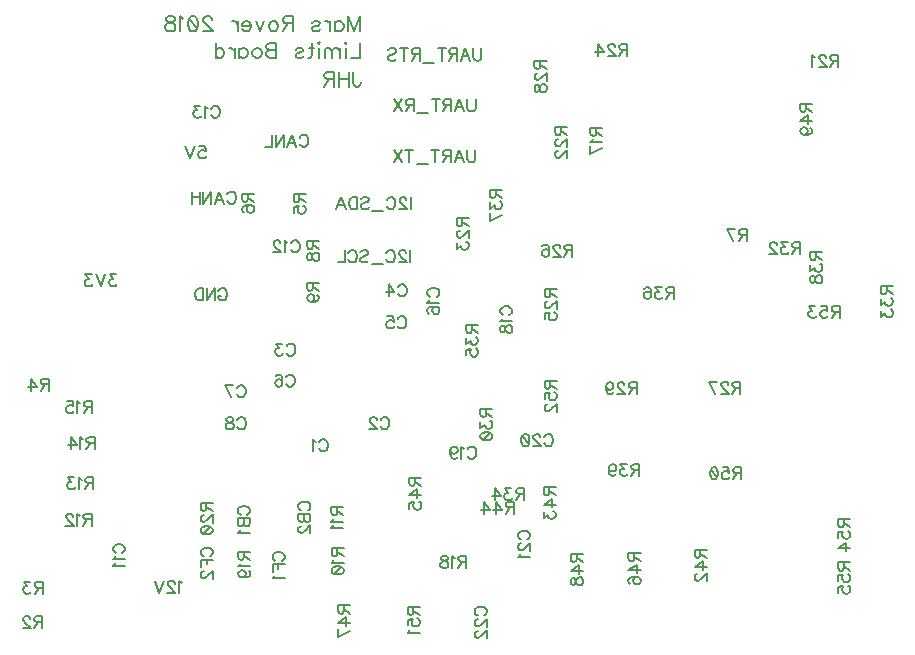
<source format=gbr>
G04 DipTrace 3.2.0.1*
G04 BottomSilk.gbr*
%MOIN*%
G04 #@! TF.FileFunction,Legend,Bot*
G04 #@! TF.Part,Single*
%ADD108C,0.005906*%
%ADD109C,0.00772*%
%FSLAX26Y26*%
G04*
G70*
G90*
G75*
G01*
G04 BotSilk*
%LPD*%
X1053420Y811645D2*
D108*
X1049573Y813590D1*
X1043825Y819294D1*
Y779146D1*
X1030069Y809744D2*
Y811645D1*
X1028167Y815492D1*
X1026266Y817393D1*
X1022419Y819294D1*
X1014770D1*
X1010967Y817393D1*
X1009066Y815492D1*
X1007121Y811645D1*
Y807842D1*
X1009066Y803996D1*
X1012869Y798292D1*
X1032014Y779146D1*
X1005219D1*
X993408Y819338D2*
X978110Y779146D1*
X962811Y819338D1*
X833880Y1840188D2*
X812878D1*
X824330Y1824889D1*
X818582D1*
X814779Y1822988D1*
X812878Y1821087D1*
X810932Y1815339D1*
Y1811536D1*
X812878Y1805788D1*
X816680Y1801941D1*
X822429Y1800040D1*
X828177D1*
X833880Y1801941D1*
X835782Y1803887D1*
X837727Y1807689D1*
X799121Y1840232D2*
X783823Y1800040D1*
X768524Y1840232D1*
X752866Y1840188D2*
X731864D1*
X743316Y1824889D1*
X737568D1*
X733765Y1822988D1*
X731864Y1821087D1*
X729919Y1815339D1*
Y1811536D1*
X731864Y1805788D1*
X735667Y1801941D1*
X741415Y1800040D1*
X747163D1*
X752866Y1801941D1*
X754768Y1803887D1*
X756713Y1807689D1*
X1112088Y2267263D2*
X1131189D1*
X1133090Y2250063D1*
X1131189Y2251964D1*
X1125441Y2253910D1*
X1119737D1*
X1113989Y2251964D1*
X1110142Y2248162D1*
X1108241Y2242413D1*
Y2238611D1*
X1110142Y2232863D1*
X1113989Y2229016D1*
X1119737Y2227115D1*
X1125441D1*
X1131189Y2229016D1*
X1133090Y2230962D1*
X1135036Y2234764D1*
X1096430Y2267307D2*
X1081132Y2227115D1*
X1065833Y2267307D1*
X1511531Y1280885D2*
X1513432Y1284687D1*
X1517279Y1288534D1*
X1521081Y1290435D1*
X1528731D1*
X1532577Y1288534D1*
X1536380Y1284687D1*
X1538325Y1280885D1*
X1540227Y1275137D1*
Y1265542D1*
X1538325Y1259838D1*
X1536380Y1255992D1*
X1532577Y1252189D1*
X1528731Y1250243D1*
X1521081D1*
X1517279Y1252189D1*
X1513432Y1255992D1*
X1511531Y1259838D1*
X1499720Y1282742D2*
X1495873Y1284687D1*
X1490125Y1290391D1*
Y1250243D1*
X1717028Y1355126D2*
X1718930Y1358929D1*
X1722776Y1362776D1*
X1726579Y1364677D1*
X1734228D1*
X1738075Y1362776D1*
X1741878Y1358929D1*
X1743823Y1355126D1*
X1745724Y1349378D1*
Y1339784D1*
X1743823Y1334080D1*
X1741878Y1330233D1*
X1738075Y1326430D1*
X1734228Y1324485D1*
X1726579D1*
X1722776Y1326430D1*
X1718930Y1330233D1*
X1717028Y1334080D1*
X1703272Y1355082D2*
Y1356983D1*
X1701371Y1360830D1*
X1699469Y1362731D1*
X1695623Y1364633D1*
X1687973D1*
X1684171Y1362731D1*
X1682269Y1360830D1*
X1680324Y1356983D1*
Y1353181D1*
X1682269Y1349334D1*
X1686072Y1343630D1*
X1705217Y1324485D1*
X1678423D1*
X1403090Y1599882D2*
X1404991Y1603685D1*
X1408838Y1607532D1*
X1412641Y1609433D1*
X1420290D1*
X1424137Y1607532D1*
X1427939Y1603685D1*
X1429885Y1599882D1*
X1431786Y1594134D1*
Y1584539D1*
X1429885Y1578836D1*
X1427939Y1574989D1*
X1424137Y1571186D1*
X1420290Y1569241D1*
X1412641D1*
X1408838Y1571186D1*
X1404991Y1574989D1*
X1403090Y1578836D1*
X1387432Y1609389D2*
X1366430D1*
X1377882Y1594090D1*
X1372134D1*
X1368331Y1592189D1*
X1366430Y1590288D1*
X1364484Y1584539D1*
Y1580737D1*
X1366430Y1574989D1*
X1370232Y1571142D1*
X1375980Y1569241D1*
X1381728D1*
X1387432Y1571142D1*
X1389334Y1573088D1*
X1391279Y1576890D1*
X1774467Y1797339D2*
X1776368Y1801142D1*
X1780215Y1804988D1*
X1784018Y1806890D1*
X1791667D1*
X1795514Y1804988D1*
X1799316Y1801142D1*
X1801262Y1797339D1*
X1803163Y1791591D1*
Y1781996D1*
X1801262Y1776292D1*
X1799316Y1772446D1*
X1795514Y1768643D1*
X1791667Y1766698D1*
X1784018D1*
X1780215Y1768643D1*
X1776368Y1772446D1*
X1774467Y1776292D1*
X1743511Y1766698D2*
Y1806845D1*
X1762656Y1780095D1*
X1733960D1*
X1773517Y1690821D2*
X1775418Y1694623D1*
X1779265Y1698470D1*
X1783067Y1700371D1*
X1790716D1*
X1794563Y1698470D1*
X1798366Y1694623D1*
X1800311Y1690821D1*
X1802212Y1685073D1*
Y1675478D1*
X1800311Y1669774D1*
X1798366Y1665927D1*
X1794563Y1662125D1*
X1790716Y1660179D1*
X1783067D1*
X1779265Y1662125D1*
X1775418Y1665927D1*
X1773517Y1669774D1*
X1738758Y1700327D2*
X1757859D1*
X1759760Y1683127D1*
X1757859Y1685028D1*
X1752111Y1686974D1*
X1746407D1*
X1740659Y1685028D1*
X1736812Y1681226D1*
X1734911Y1675478D1*
Y1671675D1*
X1736812Y1665927D1*
X1740659Y1662080D1*
X1746407Y1660179D1*
X1752111D1*
X1757859Y1662080D1*
X1759760Y1664026D1*
X1761706Y1667828D1*
X1401096Y1496848D2*
X1402998Y1500651D1*
X1406844Y1504497D1*
X1410647Y1506399D1*
X1418296D1*
X1422143Y1504497D1*
X1425945Y1500651D1*
X1427891Y1496848D1*
X1429792Y1491100D1*
Y1481505D1*
X1427891Y1475802D1*
X1425945Y1471955D1*
X1422143Y1468152D1*
X1418296Y1466207D1*
X1410647D1*
X1406844Y1468152D1*
X1402998Y1471955D1*
X1401096Y1475802D1*
X1366337Y1500651D2*
X1368239Y1504453D1*
X1373987Y1506355D1*
X1377789D1*
X1383537Y1504453D1*
X1387384Y1498705D1*
X1389285Y1489155D1*
Y1479604D1*
X1387384Y1471955D1*
X1383537Y1468108D1*
X1377789Y1466207D1*
X1375888D1*
X1370184Y1468108D1*
X1366337Y1471955D1*
X1364436Y1477703D1*
Y1479604D1*
X1366337Y1485352D1*
X1370184Y1489155D1*
X1375888Y1491056D1*
X1377789D1*
X1383537Y1489155D1*
X1387384Y1485352D1*
X1389285Y1479604D1*
X1237828Y1461143D2*
X1239729Y1464946D1*
X1243576Y1468793D1*
X1247378Y1470694D1*
X1255027D1*
X1258874Y1468793D1*
X1262677Y1464946D1*
X1264622Y1461143D1*
X1266524Y1455395D1*
Y1445801D1*
X1264622Y1440097D1*
X1262677Y1436250D1*
X1258874Y1432448D1*
X1255027Y1430502D1*
X1247378D1*
X1243576Y1432448D1*
X1239729Y1436250D1*
X1237828Y1440097D1*
X1218367Y1430502D2*
X1199222Y1470650D1*
X1226017D1*
X1238825Y1354029D2*
X1240726Y1357832D1*
X1244573Y1361679D1*
X1248376Y1363580D1*
X1256025D1*
X1259872Y1361679D1*
X1263674Y1357832D1*
X1265620Y1354029D1*
X1267521Y1348281D1*
Y1338686D1*
X1265620Y1332983D1*
X1263674Y1329136D1*
X1259872Y1325333D1*
X1256025Y1323388D1*
X1248376D1*
X1244573Y1325333D1*
X1240726Y1329136D1*
X1238825Y1332983D1*
X1217464Y1363536D2*
X1223167Y1361634D1*
X1225113Y1357832D1*
Y1353985D1*
X1223167Y1350183D1*
X1219365Y1348237D1*
X1211716Y1346336D1*
X1205967Y1344434D1*
X1202165Y1340588D1*
X1200264Y1336785D1*
Y1331037D1*
X1202165Y1327235D1*
X1204066Y1325289D1*
X1209814Y1323388D1*
X1217464D1*
X1223167Y1325289D1*
X1225113Y1327235D1*
X1227014Y1331037D1*
Y1336785D1*
X1225113Y1340588D1*
X1221266Y1344434D1*
X1215562Y1346336D1*
X1207913Y1348237D1*
X1204066Y1350183D1*
X1202165Y1353985D1*
Y1357832D1*
X1204066Y1361634D1*
X1209814Y1363536D1*
X1217464D1*
X833830Y911759D2*
X830028Y913660D1*
X826181Y917507D1*
X824280Y921309D1*
Y928959D1*
X826181Y932805D1*
X830028Y936608D1*
X833830Y938553D1*
X839578Y940455D1*
X849173D1*
X854877Y938553D1*
X858724Y936608D1*
X862526Y932805D1*
X864472Y928959D1*
Y921309D1*
X862526Y917507D1*
X858724Y913660D1*
X854877Y911759D1*
X831973Y899948D2*
X830028Y896101D1*
X824324Y890353D1*
X864472D1*
X831973Y878542D2*
X830028Y874695D1*
X824324Y868947D1*
X864472D1*
X1417836Y1943912D2*
X1419738Y1947715D1*
X1423584Y1951562D1*
X1427387Y1953463D1*
X1435036D1*
X1438883Y1951562D1*
X1442685Y1947715D1*
X1444631Y1943912D1*
X1446532Y1938164D1*
Y1928570D1*
X1444631Y1922866D1*
X1442685Y1919019D1*
X1438883Y1915217D1*
X1435036Y1913271D1*
X1427387D1*
X1423584Y1915217D1*
X1419738Y1919019D1*
X1417836Y1922866D1*
X1406025Y1945770D2*
X1402178Y1947715D1*
X1396430Y1953419D1*
Y1913271D1*
X1382674Y1943868D2*
Y1945770D1*
X1380773Y1949616D1*
X1378871Y1951518D1*
X1375025Y1953419D1*
X1367375D1*
X1363573Y1951518D1*
X1361672Y1949616D1*
X1359726Y1945770D1*
Y1941967D1*
X1361672Y1938120D1*
X1365474Y1932416D1*
X1384619Y1913271D1*
X1357825D1*
X1151515Y2392658D2*
X1153416Y2396460D1*
X1157263Y2400307D1*
X1161065Y2402208D1*
X1168715D1*
X1172561Y2400307D1*
X1176364Y2396460D1*
X1178309Y2392658D1*
X1180211Y2386910D1*
Y2377315D1*
X1178309Y2371611D1*
X1176364Y2367764D1*
X1172561Y2363962D1*
X1168715Y2362016D1*
X1161065D1*
X1157263Y2363962D1*
X1153416Y2367764D1*
X1151515Y2371611D1*
X1139704Y2394515D2*
X1135857Y2396460D1*
X1130109Y2402164D1*
Y2362016D1*
X1114451Y2402164D2*
X1093449D1*
X1104901Y2386866D1*
X1099153D1*
X1095350Y2384964D1*
X1093449Y2383063D1*
X1091503Y2377315D1*
Y2373513D1*
X1093449Y2367764D1*
X1097251Y2363918D1*
X1102999Y2362016D1*
X1108747D1*
X1114451Y2363918D1*
X1116352Y2365863D1*
X1118298Y2369666D1*
X1881878Y1765912D2*
X1878075Y1767813D1*
X1874228Y1771660D1*
X1872327Y1775463D1*
Y1783112D1*
X1874228Y1786959D1*
X1878075Y1790761D1*
X1881878Y1792707D1*
X1887626Y1794608D1*
X1897220D1*
X1902924Y1792707D1*
X1906771Y1790761D1*
X1910574Y1786959D1*
X1912519Y1783112D1*
Y1775463D1*
X1910574Y1771660D1*
X1906771Y1767813D1*
X1902924Y1765912D1*
X1880021Y1754101D2*
X1878075Y1750254D1*
X1872371Y1744506D1*
X1912519D1*
X1878075Y1709747D2*
X1874272Y1711649D1*
X1872371Y1717397D1*
Y1721199D1*
X1874273Y1726947D1*
X1880021Y1730794D1*
X1889571Y1732695D1*
X1899122D1*
X1906771Y1730794D1*
X1910618Y1726947D1*
X1912519Y1721199D1*
Y1719298D1*
X1910618Y1713594D1*
X1906771Y1709747D1*
X1901023Y1707846D1*
X1899122D1*
X1893374Y1709747D1*
X1889571Y1713594D1*
X1887670Y1719298D1*
Y1721199D1*
X1889571Y1726947D1*
X1893374Y1730794D1*
X1899122Y1732695D1*
X2124326Y1704708D2*
X2120524Y1706609D1*
X2116677Y1710456D1*
X2114776Y1714258D1*
Y1721908D1*
X2116677Y1725755D1*
X2120524Y1729557D1*
X2124326Y1731503D1*
X2130074Y1733404D1*
X2139669D1*
X2145373Y1731503D1*
X2149220Y1729557D1*
X2153022Y1725754D1*
X2154968Y1721908D1*
Y1714258D1*
X2153022Y1710456D1*
X2149220Y1706609D1*
X2145373Y1704708D1*
X2122469Y1692897D2*
X2120524Y1689050D1*
X2114820Y1683302D1*
X2154968D1*
X2114820Y1661941D2*
X2116721Y1667644D1*
X2120524Y1669590D1*
X2124371D1*
X2128173Y1667644D1*
X2130119Y1663842D1*
X2132020Y1656193D1*
X2133921Y1650445D1*
X2137768Y1646642D1*
X2141570Y1644741D1*
X2147318D1*
X2151121Y1646642D1*
X2153067Y1648543D1*
X2154968Y1654291D1*
Y1661940D1*
X2153067Y1667644D1*
X2151121Y1669590D1*
X2147319Y1671491D1*
X2141571D1*
X2137768Y1669590D1*
X2133921Y1665743D1*
X2132020Y1660039D1*
X2130119Y1652390D1*
X2128173Y1648543D1*
X2124371Y1646642D1*
X2120524D1*
X2116721Y1648543D1*
X2114820Y1654291D1*
Y1661941D1*
X2006561Y1256663D2*
X2008463Y1260466D1*
X2012310Y1264312D1*
X2016112Y1266214D1*
X2023761D1*
X2027608Y1264312D1*
X2031411Y1260466D1*
X2033356Y1256663D1*
X2035257Y1250915D1*
Y1241320D1*
X2033356Y1235616D1*
X2031411Y1231770D1*
X2027608Y1227967D1*
X2023761Y1226022D1*
X2016112D1*
X2012310Y1227967D1*
X2008463Y1231770D1*
X2006561Y1235616D1*
X1994750Y1258520D2*
X1990904Y1260466D1*
X1985156Y1266169D1*
Y1226022D1*
X1948451Y1252816D2*
X1950397Y1247068D1*
X1954199Y1243222D1*
X1959947Y1241320D1*
X1961849D1*
X1967597Y1243222D1*
X1971399Y1247068D1*
X1973345Y1252816D1*
Y1254718D1*
X1971399Y1260466D1*
X1967597Y1264268D1*
X1961849Y1266169D1*
X1959947D1*
X1954199Y1264268D1*
X1950397Y1260466D1*
X1948451Y1252816D1*
Y1243222D1*
X1950397Y1233671D1*
X1954199Y1227923D1*
X1959947Y1226022D1*
X1963750D1*
X1969498Y1227923D1*
X1971399Y1231770D1*
X2262626Y1298225D2*
X2264528Y1302027D1*
X2268375Y1305874D1*
X2272177Y1307775D1*
X2279826D1*
X2283673Y1305874D1*
X2287476Y1302027D1*
X2289421Y1298225D1*
X2291322Y1292477D1*
Y1282882D1*
X2289421Y1277178D1*
X2287476Y1273331D1*
X2283673Y1269529D1*
X2279826Y1267583D1*
X2272177D1*
X2268375Y1269529D1*
X2264528Y1273331D1*
X2262626Y1277178D1*
X2248870Y1298181D2*
Y1300082D1*
X2246969Y1303929D1*
X2245067Y1305830D1*
X2241221Y1307731D1*
X2233571D1*
X2229769Y1305830D1*
X2227868Y1303929D1*
X2225922Y1300082D1*
Y1296279D1*
X2227868Y1292433D1*
X2231670Y1286729D1*
X2250815Y1267583D1*
X2224021D1*
X2200714Y1307731D2*
X2206462Y1305830D1*
X2210308Y1300082D1*
X2212210Y1290531D1*
Y1284783D1*
X2210308Y1275233D1*
X2206462Y1269485D1*
X2200714Y1267583D1*
X2196911D1*
X2191163Y1269485D1*
X2187361Y1275233D1*
X2185415Y1284783D1*
Y1290531D1*
X2187361Y1300082D1*
X2191163Y1305830D1*
X2196911Y1307731D1*
X2200714D1*
X2187361Y1300082D2*
X2210308Y1275233D1*
X2184047Y957310D2*
X2180244Y959211D1*
X2176398Y963058D1*
X2174496Y966861D1*
Y974510D1*
X2176397Y978357D1*
X2180244Y982159D1*
X2184047Y984105D1*
X2189795Y986006D1*
X2199390D1*
X2205093Y984105D1*
X2208940Y982159D1*
X2212743Y978357D1*
X2214688Y974510D1*
Y966861D1*
X2212743Y963058D1*
X2208940Y959211D1*
X2205093Y957310D1*
X2184091Y943554D2*
X2182190D1*
X2178343Y941652D1*
X2176442Y939751D1*
X2174540Y935904D1*
Y928255D1*
X2176442Y924452D1*
X2178343Y922551D1*
X2182190Y920606D1*
X2185992D1*
X2189839Y922551D1*
X2195543Y926354D1*
X2214688Y945499D1*
Y918704D1*
X2182190Y906893D2*
X2180244Y903047D1*
X2174540Y897299D1*
X2214688D1*
X2039564Y703676D2*
X2035761Y705578D1*
X2031915Y709424D1*
X2030013Y713227D1*
Y720876D1*
X2031915Y724723D1*
X2035761Y728526D1*
X2039564Y730471D1*
X2045312Y732372D1*
X2054907D1*
X2060611Y730471D1*
X2064457Y728526D1*
X2068260Y724723D1*
X2070205Y720876D1*
Y713227D1*
X2068260Y709424D1*
X2064457Y705578D1*
X2060611Y703676D1*
X2039608Y689920D2*
X2037707D1*
X2033860Y688019D1*
X2031959Y686117D1*
X2030058Y682271D1*
Y674621D1*
X2031959Y670819D1*
X2033860Y668918D1*
X2037707Y666972D1*
X2041509D1*
X2045356Y668917D1*
X2051060Y672720D1*
X2070205Y691865D1*
Y665071D1*
X2039608Y651314D2*
X2037707D1*
X2033860Y649413D1*
X2031959Y647512D1*
X2030058Y643665D1*
Y636016D1*
X2031959Y632213D1*
X2033860Y630312D1*
X2037707Y628366D1*
X2041509D1*
X2045356Y630312D1*
X2051060Y634114D1*
X2070205Y653260D1*
Y626465D1*
X1205855Y2106583D2*
X1207757Y2110386D1*
X1211603Y2114232D1*
X1215406Y2116134D1*
X1223055D1*
X1226902Y2114232D1*
X1230705Y2110386D1*
X1232650Y2106583D1*
X1234551Y2100835D1*
Y2091240D1*
X1232650Y2085536D1*
X1230705Y2081690D1*
X1226902Y2077887D1*
X1223055Y2075942D1*
X1215406D1*
X1211603Y2077887D1*
X1207757Y2081690D1*
X1205855Y2085536D1*
X1163403Y2075942D2*
X1178746Y2116134D1*
X1194044Y2075942D1*
X1188296Y2089339D2*
X1169151D1*
X1124797Y2116134D2*
Y2075942D1*
X1151592Y2116134D1*
Y2075942D1*
X1112986Y2116134D2*
Y2075942D1*
X1086192Y2116134D2*
Y2075942D1*
X1112986Y2096988D2*
X1086192D1*
X1447248Y2296098D2*
X1449150Y2299900D1*
X1452996Y2303747D1*
X1456799Y2305648D1*
X1464448D1*
X1468295Y2303747D1*
X1472097Y2299900D1*
X1474043Y2296098D1*
X1475944Y2290349D1*
Y2280755D1*
X1474043Y2275051D1*
X1472097Y2271204D1*
X1468295Y2267402D1*
X1464448Y2265456D1*
X1456799D1*
X1452996Y2267402D1*
X1449150Y2271204D1*
X1447248Y2275051D1*
X1404796Y2265456D2*
X1420139Y2305648D1*
X1435437Y2265456D1*
X1429689Y2278853D2*
X1410544D1*
X1366190Y2305648D2*
Y2265456D1*
X1392985Y2305648D1*
Y2265456D1*
X1354379Y2305648D2*
Y2265456D1*
X1331431D1*
X1250286Y1038922D2*
X1246483Y1040823D1*
X1242636Y1044670D1*
X1240735Y1048472D1*
Y1056121D1*
X1242636Y1059968D1*
X1246483Y1063771D1*
X1250286Y1065716D1*
X1256034Y1067618D1*
X1265629D1*
X1271332Y1065716D1*
X1275179Y1063771D1*
X1278982Y1059968D1*
X1280927Y1056121D1*
Y1048472D1*
X1278982Y1044670D1*
X1275179Y1040823D1*
X1271332Y1038922D1*
X1240735Y1027111D2*
X1280927D1*
Y1009866D1*
X1278982Y1004118D1*
X1277080Y1002217D1*
X1273278Y1000316D1*
X1267530D1*
X1263683Y1002217D1*
X1261782Y1004118D1*
X1259881Y1009867D1*
X1257935Y1004119D1*
X1256034Y1002217D1*
X1252231Y1000316D1*
X1248384D1*
X1244582Y1002217D1*
X1242636Y1004119D1*
X1240735Y1009867D1*
Y1027111D1*
X1259881D2*
Y1009867D1*
X1248429Y988505D2*
X1246483Y984658D1*
X1240779Y978910D1*
X1280927D1*
X1451867Y1053772D2*
X1448065Y1055673D1*
X1444218Y1059520D1*
X1442317Y1063323D1*
Y1070972D1*
X1444218Y1074819D1*
X1448065Y1078621D1*
X1451867Y1080567D1*
X1457615Y1082468D1*
X1467210D1*
X1472914Y1080567D1*
X1476760Y1078621D1*
X1480563Y1074819D1*
X1482509Y1070972D1*
Y1063323D1*
X1480563Y1059520D1*
X1476760Y1055673D1*
X1472914Y1053772D1*
X1442317Y1041961D2*
X1482509D1*
Y1024717D1*
X1480563Y1018969D1*
X1478662Y1017068D1*
X1474859Y1015166D1*
X1469111Y1015167D1*
X1465264Y1017068D1*
X1463363Y1018969D1*
X1461462Y1024717D1*
X1459516Y1018969D1*
X1457615Y1017068D1*
X1453813Y1015167D1*
X1449966D1*
X1446163Y1017068D1*
X1444218Y1018969D1*
X1442317Y1024717D1*
Y1041961D1*
X1461462D2*
Y1024717D1*
X1451911Y1001410D2*
X1450010D1*
X1446163Y999509D1*
X1444262Y997608D1*
X1442361Y993761D1*
Y986111D1*
X1444262Y982309D1*
X1446163Y980408D1*
X1450010Y978462D1*
X1453813D1*
X1457659Y980408D1*
X1463363Y984210D1*
X1482509Y1003355D1*
X1482508Y976561D1*
X1365733Y884976D2*
X1361931Y886878D1*
X1358084Y890724D1*
X1356183Y894527D1*
Y902176D1*
X1358084Y906023D1*
X1361931Y909825D1*
X1365733Y911771D1*
X1371481Y913672D1*
X1381076D1*
X1386780Y911771D1*
X1390627Y909825D1*
X1394429Y906023D1*
X1396375Y902176D1*
Y894527D1*
X1394429Y890724D1*
X1390627Y886877D1*
X1386780Y884976D1*
X1356183Y848272D2*
Y873165D1*
X1396375D1*
X1375328D2*
Y857867D1*
X1363876Y836461D2*
X1361931Y832614D1*
X1356227Y826866D1*
X1396375D1*
X1126759Y901004D2*
X1122957Y902905D1*
X1119110Y906752D1*
X1117209Y910555D1*
Y918204D1*
X1119110Y922051D1*
X1122957Y925853D1*
X1126759Y927799D1*
X1132508Y929700D1*
X1142102D1*
X1147806Y927799D1*
X1151653Y925853D1*
X1155455Y922051D1*
X1157401Y918204D1*
Y910555D1*
X1155455Y906752D1*
X1151653Y902905D1*
X1147806Y901004D1*
X1117209Y864300D2*
Y889193D1*
X1157401D1*
X1136354D2*
Y873894D1*
X1126804Y850543D2*
X1124902D1*
X1121056Y848642D1*
X1119154Y846741D1*
X1117253Y842894D1*
Y835245D1*
X1119154Y831442D1*
X1121056Y829541D1*
X1124902Y827595D1*
X1128705D1*
X1132552Y829541D1*
X1138256Y833343D1*
X1157401Y852489D1*
Y825694D1*
X1175852Y1784561D2*
X1177753Y1788363D1*
X1181600Y1792210D1*
X1185403Y1794111D1*
X1193052D1*
X1196899Y1792210D1*
X1200701Y1788363D1*
X1202647Y1784561D1*
X1204548Y1778813D1*
Y1769218D1*
X1202647Y1763514D1*
X1200701Y1759667D1*
X1196899Y1755865D1*
X1193052Y1753919D1*
X1185403D1*
X1181600Y1755865D1*
X1177753Y1759667D1*
X1175852Y1763514D1*
Y1769218D1*
X1185403D1*
X1137247Y1794111D2*
Y1753919D1*
X1164041Y1794111D1*
Y1753919D1*
X1125435Y1794111D2*
Y1753919D1*
X1112038D1*
X1106290Y1755865D1*
X1102443Y1759667D1*
X1100542Y1763514D1*
X1098641Y1769218D1*
Y1778813D1*
X1100542Y1784561D1*
X1102443Y1788363D1*
X1106290Y1792210D1*
X1112038Y1794111D1*
X1125435D1*
X1815044Y1920741D2*
Y1880549D1*
X1801288Y1911146D2*
Y1913048D1*
X1799386Y1916895D1*
X1797485Y1918796D1*
X1793638Y1920697D1*
X1785989D1*
X1782186Y1918796D1*
X1780285Y1916895D1*
X1778340Y1913048D1*
Y1909245D1*
X1780285Y1905398D1*
X1784088Y1899695D1*
X1803233Y1880549D1*
X1776438D1*
X1735931Y1911191D2*
X1737833Y1914993D1*
X1741679Y1918840D1*
X1745482Y1920741D1*
X1753131D1*
X1756978Y1918840D1*
X1760781Y1914993D1*
X1762726Y1911191D1*
X1764627Y1905443D1*
Y1895848D1*
X1762726Y1890144D1*
X1760781Y1886297D1*
X1756978Y1882495D1*
X1753131Y1880549D1*
X1745482D1*
X1741679Y1882495D1*
X1737833Y1886297D1*
X1735931Y1890144D1*
X1724120Y1873917D2*
X1687775D1*
X1649169Y1914993D2*
X1652972Y1918840D1*
X1658720Y1920741D1*
X1666369D1*
X1672117Y1918840D1*
X1675964Y1914993D1*
Y1911191D1*
X1674019Y1907344D1*
X1672117Y1905443D1*
X1668315Y1903541D1*
X1656819Y1899695D1*
X1652972Y1897793D1*
X1651071Y1895848D1*
X1649169Y1892045D1*
Y1886297D1*
X1652972Y1882495D1*
X1658720Y1880549D1*
X1666369D1*
X1672117Y1882495D1*
X1675964Y1886297D1*
X1608662Y1911191D2*
X1610564Y1914993D1*
X1614410Y1918840D1*
X1618213Y1920741D1*
X1625862D1*
X1629709Y1918840D1*
X1633512Y1914993D1*
X1635457Y1911191D1*
X1637358Y1905443D1*
Y1895848D1*
X1635457Y1890144D1*
X1633512Y1886297D1*
X1629709Y1882495D1*
X1625862Y1880549D1*
X1618213D1*
X1614410Y1882495D1*
X1610564Y1886297D1*
X1608662Y1890144D1*
X1596851Y1920741D2*
Y1880549D1*
X1573903D1*
X1816231Y2097789D2*
Y2057597D1*
X1802475Y2088194D2*
Y2090095D1*
X1800574Y2093942D1*
X1798672Y2095843D1*
X1794826Y2097744D1*
X1787176D1*
X1783374Y2095843D1*
X1781473Y2093942D1*
X1779527Y2090095D1*
Y2086292D1*
X1781473Y2082446D1*
X1785275Y2076742D1*
X1804420Y2057597D1*
X1777626D1*
X1737119Y2088238D2*
X1739020Y2092040D1*
X1742867Y2095887D1*
X1746669Y2097789D1*
X1754319D1*
X1758165Y2095887D1*
X1761968Y2092040D1*
X1763913Y2088238D1*
X1765815Y2082490D1*
Y2072895D1*
X1763913Y2067191D1*
X1761968Y2063345D1*
X1758165Y2059542D1*
X1754319Y2057597D1*
X1746669D1*
X1742867Y2059542D1*
X1739020Y2063345D1*
X1737119Y2067191D1*
X1725308Y2050964D2*
X1688963D1*
X1650357Y2092040D2*
X1654159Y2095887D1*
X1659907Y2097789D1*
X1667557D1*
X1673305Y2095887D1*
X1677152Y2092040D1*
Y2088238D1*
X1675206Y2084391D1*
X1673305Y2082490D1*
X1669502Y2080589D1*
X1658006Y2076742D1*
X1654159Y2074841D1*
X1652258Y2072895D1*
X1650357Y2069093D1*
Y2063345D1*
X1654159Y2059542D1*
X1659907Y2057597D1*
X1667557D1*
X1673305Y2059542D1*
X1677152Y2063345D1*
X1638546Y2097789D2*
Y2057597D1*
X1625148D1*
X1619400Y2059542D1*
X1615554Y2063345D1*
X1613652Y2067191D1*
X1611751Y2072895D1*
Y2082490D1*
X1613652Y2088238D1*
X1615554Y2092040D1*
X1619400Y2095887D1*
X1625148Y2097789D1*
X1638546D1*
X1569299Y2057597D2*
X1584642Y2097789D1*
X1599940Y2057597D1*
X1594192Y2070994D2*
X1575047D1*
X588837Y681218D2*
X571637D1*
X565889Y683163D1*
X563943Y685065D1*
X562042Y688867D1*
Y692714D1*
X563943Y696517D1*
X565889Y698462D1*
X571637Y700363D1*
X588837D1*
Y660171D1*
X575439Y681218D2*
X562042Y660171D1*
X548285Y690769D2*
Y692670D1*
X546384Y696517D1*
X544483Y698418D1*
X540636Y700319D1*
X532987D1*
X529184Y698418D1*
X527283Y696517D1*
X525338Y692670D1*
Y688867D1*
X527283Y685020D1*
X531086Y679317D1*
X550231Y660171D1*
X523436D1*
X589684Y796060D2*
X572485D1*
X566737Y798006D1*
X564791Y799907D1*
X562890Y803710D1*
Y807557D1*
X564791Y811359D1*
X566737Y813305D1*
X572485Y815206D1*
X589684D1*
Y775014D1*
X576287Y796060D2*
X562890Y775014D1*
X547232Y815162D2*
X526230D1*
X537681Y799863D1*
X531933D1*
X528131Y797962D1*
X526230Y796060D1*
X524284Y790312D1*
Y786510D1*
X526230Y780762D1*
X530032Y776915D1*
X535780Y775014D1*
X541528D1*
X547232Y776915D1*
X549133Y778861D1*
X551079Y782663D1*
X609943Y1473516D2*
X592744D1*
X586996Y1475461D1*
X585050Y1477363D1*
X583149Y1481165D1*
Y1485012D1*
X585050Y1488814D1*
X586996Y1490760D1*
X592744Y1492661D1*
X609943D1*
Y1452469D1*
X596546Y1473516D2*
X583149Y1452469D1*
X552192D2*
Y1492617D1*
X571338Y1465867D1*
X542642D1*
X1445665Y2107750D2*
Y2090550D1*
X1443720Y2084802D1*
X1441819Y2082857D1*
X1438016Y2080955D1*
X1434169D1*
X1430367Y2082857D1*
X1428421Y2084802D1*
X1426520Y2090550D1*
Y2107750D1*
X1466712D1*
X1445665Y2094353D2*
X1466712Y2080955D1*
X1426564Y2046197D2*
Y2065298D1*
X1443764Y2067199D1*
X1441863Y2065298D1*
X1439917Y2059550D1*
Y2053846D1*
X1441863Y2048098D1*
X1445665Y2044251D1*
X1451413Y2042350D1*
X1455216D1*
X1460964Y2044251D1*
X1464811Y2048098D1*
X1466712Y2053846D1*
Y2059550D1*
X1464811Y2065298D1*
X1462865Y2067199D1*
X1459063Y2069144D1*
X1274199Y2109140D2*
Y2091940D1*
X1272254Y2086192D1*
X1270353Y2084246D1*
X1266550Y2082345D1*
X1262703D1*
X1258901Y2084246D1*
X1256955Y2086192D1*
X1255054Y2091940D1*
Y2109140D1*
X1295246D1*
X1274199Y2095742D2*
X1295246Y2082345D1*
X1260802Y2047586D2*
X1257000Y2049487D1*
X1255098Y2055235D1*
Y2059038D1*
X1257000Y2064786D1*
X1262748Y2068633D1*
X1272298Y2070534D1*
X1281849D1*
X1289498Y2068633D1*
X1293345Y2064786D1*
X1295246Y2059038D1*
Y2057137D1*
X1293345Y2051433D1*
X1289498Y2047586D1*
X1283750Y2045685D1*
X1281849D1*
X1276101Y2047586D1*
X1272298Y2051433D1*
X1270397Y2057137D1*
Y2059038D1*
X1272298Y2064786D1*
X1276101Y2068633D1*
X1281849Y2070534D1*
X2936310Y1971184D2*
X2919111D1*
X2913363Y1973129D1*
X2911417Y1975031D1*
X2909516Y1978833D1*
Y1982680D1*
X2911417Y1986482D1*
X2913363Y1988428D1*
X2919111Y1990329D1*
X2936310D1*
Y1950137D1*
X2922913Y1971184D2*
X2909516Y1950137D1*
X2890055D2*
X2870910Y1990285D1*
X2897705D1*
X1491243Y1951022D2*
Y1933822D1*
X1489297Y1928074D1*
X1487396Y1926129D1*
X1483593Y1924227D1*
X1479747D1*
X1475944Y1926129D1*
X1473999Y1928074D1*
X1472097Y1933822D1*
Y1951022D1*
X1512289D1*
X1491243Y1937625D2*
X1512289Y1924227D1*
X1472142Y1902866D2*
X1474043Y1908570D1*
X1477845Y1910515D1*
X1481692D1*
X1485495Y1908570D1*
X1487440Y1904767D1*
X1489341Y1897118D1*
X1491243Y1891370D1*
X1495089Y1887567D1*
X1498892Y1885666D1*
X1504640D1*
X1508443Y1887567D1*
X1510388Y1889468D1*
X1512289Y1895216D1*
Y1902866D1*
X1510388Y1908570D1*
X1508443Y1910515D1*
X1504640Y1912416D1*
X1498892D1*
X1495090Y1910515D1*
X1491243Y1906668D1*
X1489341Y1900964D1*
X1487440Y1893315D1*
X1485495Y1889468D1*
X1481692Y1887567D1*
X1477845D1*
X1474043Y1889468D1*
X1472142Y1895216D1*
Y1902866D1*
X1490273Y1812000D2*
Y1794800D1*
X1488327Y1789052D1*
X1486426Y1787107D1*
X1482624Y1785206D1*
X1478777D1*
X1474974Y1787107D1*
X1473029Y1789052D1*
X1471128Y1794800D1*
Y1812000D1*
X1511320D1*
X1490273Y1798603D2*
X1511320Y1785206D1*
X1484525Y1748501D2*
X1490273Y1750447D1*
X1494120Y1754249D1*
X1496021Y1759997D1*
Y1761899D1*
X1494120Y1767647D1*
X1490273Y1771449D1*
X1484525Y1773395D1*
X1482624D1*
X1476876Y1771449D1*
X1473073Y1767647D1*
X1471172Y1761899D1*
Y1759997D1*
X1473073Y1754249D1*
X1476876Y1750447D1*
X1484525Y1748501D1*
X1494120D1*
X1503670Y1750447D1*
X1509418Y1754249D1*
X1511320Y1759997D1*
Y1763800D1*
X1509418Y1769548D1*
X1505572Y1771449D1*
X1572193Y927336D2*
Y910136D1*
X1570247Y904388D1*
X1568346Y902443D1*
X1564544Y900542D1*
X1560697D1*
X1556894Y902443D1*
X1554949Y904388D1*
X1553048Y910136D1*
Y927336D1*
X1593239D1*
X1572193Y913939D2*
X1593239Y900541D1*
X1560741Y888731D2*
X1558796Y884884D1*
X1553092Y879136D1*
X1593239D1*
X1553092Y855829D2*
X1554993Y861577D1*
X1560741Y865423D1*
X1570292Y867325D1*
X1576040D1*
X1585590Y865423D1*
X1591338Y861577D1*
X1593240Y855829D1*
Y852026D1*
X1591338Y846278D1*
X1585590Y842476D1*
X1576040Y840530D1*
X1570292D1*
X1560741Y842476D1*
X1554993Y846278D1*
X1553092Y852026D1*
Y855829D1*
X1560741Y842476D2*
X1585590Y865423D1*
X1571737Y1063680D2*
Y1046480D1*
X1569792Y1040732D1*
X1567891Y1038786D1*
X1564088Y1036885D1*
X1560241D1*
X1556439Y1038786D1*
X1554493Y1040732D1*
X1552592Y1046480D1*
Y1063680D1*
X1592784D1*
X1571737Y1050282D2*
X1592784Y1036885D1*
X1560286Y1025074D2*
X1558340Y1021227D1*
X1552636Y1015479D1*
X1592784D1*
X1560286Y1003668D2*
X1558340Y999822D1*
X1552636Y994074D1*
X1592784D1*
X752819Y1023387D2*
X735619D1*
X729871Y1025333D1*
X727926Y1027234D1*
X726024Y1031037D1*
Y1034883D1*
X727926Y1038686D1*
X729871Y1040631D1*
X735619Y1042533D1*
X752819D1*
Y1002341D1*
X739422Y1023387D2*
X726024Y1002341D1*
X714213Y1034839D2*
X710367Y1036785D1*
X704619Y1042488D1*
Y1002341D1*
X690862Y1032938D2*
Y1034839D1*
X688961Y1038686D1*
X687060Y1040587D1*
X683213Y1042488D1*
X675563D1*
X671761Y1040587D1*
X669860Y1038686D1*
X667914Y1034839D1*
Y1031037D1*
X669860Y1027190D1*
X673662Y1021486D1*
X692808Y1002341D1*
X666013D1*
X758488Y1144591D2*
X741289D1*
X735540Y1146536D1*
X733595Y1148437D1*
X731694Y1152240D1*
Y1156087D1*
X733595Y1159889D1*
X735540Y1161835D1*
X741289Y1163736D1*
X758488D1*
Y1123544D1*
X745091Y1144591D2*
X731694Y1123544D1*
X719883Y1156042D2*
X716036Y1157988D1*
X710288Y1163692D1*
Y1123544D1*
X694630Y1163692D2*
X673628D1*
X685080Y1148393D1*
X679332D1*
X675529Y1146492D1*
X673628Y1144591D1*
X671682Y1138843D1*
Y1135040D1*
X673628Y1129292D1*
X677430Y1125445D1*
X683178Y1123544D1*
X688926D1*
X694630Y1125445D1*
X696531Y1127391D1*
X698477Y1131193D1*
X762875Y1278743D2*
X745675D1*
X739927Y1280688D1*
X737981Y1282590D1*
X736080Y1286392D1*
Y1290239D1*
X737981Y1294041D1*
X739927Y1295987D1*
X745675Y1297888D1*
X762875D1*
Y1257696D1*
X749477Y1278743D2*
X736080Y1257696D1*
X724269Y1290195D2*
X720422Y1292140D1*
X714674Y1297844D1*
Y1257696D1*
X683718D2*
Y1297844D1*
X702863Y1271094D1*
X674167D1*
X753923Y1398428D2*
X736723D1*
X730975Y1400373D1*
X729029Y1402275D1*
X727128Y1406077D1*
Y1409924D1*
X729029Y1413727D1*
X730975Y1415672D1*
X736723Y1417573D1*
X753923D1*
Y1377381D1*
X740525Y1398428D2*
X727128Y1377381D1*
X715317Y1409880D2*
X711470Y1411825D1*
X705722Y1417529D1*
Y1377381D1*
X670963Y1417529D2*
X690065D1*
X691966Y1400329D1*
X690065Y1402230D1*
X684316Y1404176D1*
X678613D1*
X672865Y1402230D1*
X669018Y1398428D1*
X667117Y1392680D1*
Y1388877D1*
X669018Y1383129D1*
X672865Y1379283D1*
X678613Y1377381D1*
X684316D1*
X690065Y1379283D1*
X691966Y1381228D1*
X693911Y1385031D1*
X2435020Y2328719D2*
Y2311520D1*
X2433074Y2305771D1*
X2431173Y2303826D1*
X2427370Y2301925D1*
X2423524D1*
X2419721Y2303826D1*
X2417776Y2305772D1*
X2415874Y2311520D1*
Y2328719D1*
X2456066D1*
X2435020Y2315322D2*
X2456066Y2301925D1*
X2423568Y2290114D2*
X2421622Y2286267D1*
X2415918Y2280519D1*
X2456066D1*
Y2261059D2*
X2415918Y2241913D1*
Y2268708D1*
X2002600Y882869D2*
X1985400D1*
X1979652Y884814D1*
X1977707Y886716D1*
X1975805Y890518D1*
Y894365D1*
X1977707Y898167D1*
X1979652Y900113D1*
X1985400Y902014D1*
X2002600D1*
Y861822D1*
X1989203Y882869D2*
X1975805Y861822D1*
X1963994Y894321D2*
X1960148Y896266D1*
X1954400Y901970D1*
Y861822D1*
X1933038Y901970D2*
X1938742Y900069D1*
X1940687Y896266D1*
Y892419D1*
X1938742Y888617D1*
X1934939Y886671D1*
X1927290Y884770D1*
X1921542Y882869D1*
X1917739Y879022D1*
X1915838Y875220D1*
Y869472D1*
X1917739Y865669D1*
X1919641Y863724D1*
X1925389Y861822D1*
X1933038D1*
X1938742Y863724D1*
X1940687Y865669D1*
X1942589Y869472D1*
Y875220D1*
X1940687Y879022D1*
X1936841Y882869D1*
X1931137Y884770D1*
X1923487Y886671D1*
X1919641Y888617D1*
X1917739Y892419D1*
Y896266D1*
X1919641Y900069D1*
X1925389Y901970D1*
X1933038D1*
X1261177Y914756D2*
Y897556D1*
X1259232Y891808D1*
X1257330Y889862D1*
X1253528Y887961D1*
X1249681D1*
X1245879Y889862D1*
X1243933Y891808D1*
X1242032Y897556D1*
Y914756D1*
X1282224D1*
X1261177Y901358D2*
X1282224Y887961D1*
X1249725Y876150D2*
X1247780Y872303D1*
X1242076Y866555D1*
X1282224D1*
X1255429Y829851D2*
X1261177Y831796D1*
X1265024Y835599D1*
X1266925Y841347D1*
Y843248D1*
X1265024Y848996D1*
X1261177Y852799D1*
X1255429Y854744D1*
X1253528D1*
X1247780Y852799D1*
X1243977Y848996D1*
X1242076Y843248D1*
Y841347D1*
X1243977Y835599D1*
X1247780Y831796D1*
X1255429Y829851D1*
X1265024D1*
X1274574Y831796D1*
X1280322Y835599D1*
X1282224Y841347D1*
Y845149D1*
X1280322Y850897D1*
X1276476Y852799D1*
X1135840Y1078419D2*
Y1061219D1*
X1133894Y1055471D1*
X1131993Y1053526D1*
X1128191Y1051624D1*
X1124344D1*
X1120541Y1053526D1*
X1118596Y1055471D1*
X1116694Y1061219D1*
Y1078419D1*
X1156886D1*
X1135840Y1065022D2*
X1156886Y1051624D1*
X1126289Y1037868D2*
X1124388D1*
X1120541Y1035967D1*
X1118640Y1034065D1*
X1116739Y1030219D1*
Y1022569D1*
X1118640Y1018767D1*
X1120541Y1016866D1*
X1124388Y1014920D1*
X1128191D1*
X1132037Y1016865D1*
X1137741Y1020668D1*
X1156886Y1039813D1*
Y1013019D1*
X1116739Y989712D2*
X1118640Y995460D1*
X1124388Y999306D1*
X1133939Y1001208D1*
X1139687D1*
X1149237Y999306D1*
X1154985Y995460D1*
X1156886Y989712D1*
Y985909D1*
X1154985Y980161D1*
X1149237Y976359D1*
X1139687Y974413D1*
X1133939D1*
X1124388Y976359D1*
X1118640Y980161D1*
X1116739Y985909D1*
Y989712D1*
X1124388Y976359D2*
X1149237Y999306D1*
X3241533Y2552686D2*
X3224333D1*
X3218585Y2554632D1*
X3216640Y2556533D1*
X3214738Y2560336D1*
Y2564183D1*
X3216640Y2567985D1*
X3218585Y2569931D1*
X3224333Y2571832D1*
X3241533D1*
Y2531640D1*
X3228136Y2552686D2*
X3214738Y2531640D1*
X3200982Y2562237D2*
Y2564138D1*
X3199081Y2567985D1*
X3197179Y2569886D1*
X3193333Y2571788D1*
X3185683D1*
X3181881Y2569886D1*
X3179979Y2567985D1*
X3178034Y2564138D1*
Y2560336D1*
X3179979Y2556489D1*
X3183782Y2550785D1*
X3202927Y2531640D1*
X3176133D1*
X3164322Y2564138D2*
X3160475Y2566084D1*
X3154727Y2571788D1*
Y2531640D1*
X2317286Y2330956D2*
Y2313756D1*
X2315341Y2308008D1*
X2313439Y2306062D1*
X2309637Y2304161D1*
X2305790D1*
X2301987Y2306062D1*
X2300042Y2308008D1*
X2298141Y2313756D1*
Y2330956D1*
X2338333D1*
X2317286Y2317558D2*
X2338333Y2304161D1*
X2307735Y2290405D2*
X2305834D1*
X2301987Y2288503D1*
X2300086Y2286602D1*
X2298185Y2282755D1*
Y2275106D1*
X2300086Y2271304D1*
X2301987Y2269402D1*
X2305834Y2267457D1*
X2309637D1*
X2313484Y2269402D1*
X2319187Y2273205D1*
X2338333Y2292350D1*
Y2265555D1*
X2307735Y2251799D2*
X2305834D1*
X2301987Y2249898D1*
X2300086Y2247996D1*
X2298185Y2244150D1*
Y2236500D1*
X2300086Y2232698D1*
X2301987Y2230797D1*
X2305834Y2228851D1*
X2309637D1*
X2313483Y2230797D1*
X2319187Y2234599D1*
X2338333Y2253744D1*
Y2226950D1*
X1989077Y2026594D2*
Y2009394D1*
X1987132Y2003646D1*
X1985231Y2001700D1*
X1981428Y1999799D1*
X1977581D1*
X1973779Y2001700D1*
X1971833Y2003646D1*
X1969932Y2009394D1*
Y2026594D1*
X2010124D1*
X1989077Y2013196D2*
X2010124Y1999799D1*
X1979527Y1986042D2*
X1977626D1*
X1973779Y1984141D1*
X1971878Y1982240D1*
X1969976Y1978393D1*
Y1970744D1*
X1971878Y1966941D1*
X1973779Y1965040D1*
X1977626Y1963095D1*
X1981428D1*
X1985275Y1965040D1*
X1990979Y1968843D1*
X2010124Y1987988D1*
Y1961193D1*
X1969976Y1945536D2*
Y1924533D1*
X1985275Y1935985D1*
Y1930237D1*
X1987176Y1926434D1*
X1989077Y1924533D1*
X1994825Y1922588D1*
X1998628D1*
X2004376Y1924533D1*
X2008223Y1928336D1*
X2010124Y1934084D1*
Y1939832D1*
X2008223Y1945535D1*
X2006277Y1947437D1*
X2002475Y1949382D1*
X2538250Y2588997D2*
X2521050D1*
X2515302Y2590943D1*
X2513357Y2592844D1*
X2511456Y2596647D1*
Y2600494D1*
X2513357Y2604296D1*
X2515302Y2606242D1*
X2521050Y2608143D1*
X2538250D1*
Y2567951D1*
X2524853Y2588997D2*
X2511456Y2567951D1*
X2497699Y2598548D2*
Y2600449D1*
X2495798Y2604296D1*
X2493897Y2606197D1*
X2490050Y2608099D1*
X2482400D1*
X2478598Y2606197D1*
X2476697Y2604296D1*
X2474751Y2600449D1*
Y2596647D1*
X2476697Y2592800D1*
X2480499Y2587096D1*
X2499645Y2567951D1*
X2472850D1*
X2441893D2*
Y2608099D1*
X2461039Y2581348D1*
X2432343D1*
X2282034Y1791046D2*
Y1773846D1*
X2280089Y1768098D1*
X2278187Y1766153D1*
X2274385Y1764252D1*
X2270538D1*
X2266735Y1766153D1*
X2264790Y1768098D1*
X2262889Y1773846D1*
Y1791046D1*
X2303081D1*
X2282034Y1777649D2*
X2303081Y1764252D1*
X2272484Y1750495D2*
X2270582D1*
X2266735Y1748594D1*
X2264834Y1746693D1*
X2262933Y1742846D1*
Y1735197D1*
X2264834Y1731394D1*
X2266735Y1729493D1*
X2270582Y1727547D1*
X2274385D1*
X2278232Y1729493D1*
X2283935Y1733295D1*
X2303081Y1752441D1*
Y1725646D1*
X2262933Y1690887D2*
Y1709988D1*
X2280133Y1711890D1*
X2278232Y1709988D1*
X2276286Y1704240D1*
Y1698536D1*
X2278231Y1692788D1*
X2282034Y1688942D1*
X2287782Y1687040D1*
X2291585D1*
X2297333Y1688942D1*
X2301179Y1692788D1*
X2303081Y1698536D1*
Y1704240D1*
X2301179Y1709988D1*
X2299234Y1711890D1*
X2295431Y1713835D1*
X2356064Y1920121D2*
X2338865D1*
X2333116Y1922066D1*
X2331171Y1923968D1*
X2329270Y1927770D1*
Y1931617D1*
X2331171Y1935419D1*
X2333116Y1937365D1*
X2338865Y1939266D1*
X2356064D1*
Y1899074D1*
X2342667Y1920121D2*
X2329270Y1899074D1*
X2315513Y1929671D2*
Y1931573D1*
X2313612Y1935419D1*
X2311711Y1937321D1*
X2307864Y1939222D1*
X2300215D1*
X2296412Y1937321D1*
X2294511Y1935419D1*
X2292565Y1931573D1*
Y1927770D1*
X2294511Y1923923D1*
X2298313Y1918220D1*
X2317459Y1899074D1*
X2290664D1*
X2255905Y1933518D2*
X2257806Y1937321D1*
X2263554Y1939222D1*
X2267357D1*
X2273105Y1937321D1*
X2276952Y1931573D1*
X2278853Y1922022D1*
Y1912472D1*
X2276952Y1904822D1*
X2273105Y1900975D1*
X2267357Y1899074D1*
X2265456D1*
X2259752Y1900975D1*
X2255905Y1904822D1*
X2254004Y1910570D1*
Y1912472D1*
X2255905Y1918220D1*
X2259752Y1922022D1*
X2265456Y1923923D1*
X2267357D1*
X2273105Y1922022D1*
X2276952Y1918220D1*
X2278853Y1912472D1*
X2915794Y1462700D2*
X2898594D1*
X2892846Y1464645D1*
X2890901Y1466546D1*
X2889000Y1470349D1*
Y1474196D1*
X2890901Y1477998D1*
X2892846Y1479944D1*
X2898594Y1481845D1*
X2915794D1*
Y1441653D1*
X2902397Y1462700D2*
X2889000Y1441653D1*
X2875243Y1472250D2*
Y1474151D1*
X2873342Y1477998D1*
X2871441Y1479899D1*
X2867594Y1481801D1*
X2859945D1*
X2856142Y1479899D1*
X2854241Y1477998D1*
X2852295Y1474151D1*
Y1470349D1*
X2854241Y1466502D1*
X2858043Y1460798D1*
X2877189Y1441653D1*
X2850394D1*
X2830934D2*
X2811788Y1481801D1*
X2838583D1*
X2248584Y2551418D2*
Y2534218D1*
X2246638Y2528470D1*
X2244737Y2526525D1*
X2240935Y2524623D1*
X2237088D1*
X2233285Y2526525D1*
X2231340Y2528470D1*
X2229439Y2534218D1*
Y2551418D1*
X2269631D1*
X2248584Y2538021D2*
X2269631Y2524623D1*
X2239033Y2510867D2*
X2237132D1*
X2233285Y2508966D1*
X2231384Y2507064D1*
X2229483Y2503218D1*
Y2495568D1*
X2231384Y2491766D1*
X2233285Y2489864D1*
X2237132Y2487919D1*
X2240935D1*
X2244781Y2489864D1*
X2250485Y2493667D1*
X2269631Y2512812D1*
Y2486018D1*
X2229483Y2464656D2*
X2231384Y2470360D1*
X2235187Y2472305D1*
X2239033D1*
X2242836Y2470360D1*
X2244781Y2466557D1*
X2246683Y2458908D1*
X2248584Y2453160D1*
X2252431Y2449357D1*
X2256233Y2447456D1*
X2261981D1*
X2265784Y2449357D1*
X2267729Y2451259D1*
X2269631Y2457007D1*
Y2464656D1*
X2267729Y2470360D1*
X2265784Y2472305D1*
X2261981Y2474207D1*
X2256233D1*
X2252431Y2472305D1*
X2248584Y2468459D1*
X2246683Y2462755D1*
X2244781Y2455106D1*
X2242836Y2451259D1*
X2239033Y2449357D1*
X2235187D1*
X2231384Y2451259D1*
X2229483Y2457007D1*
Y2464656D1*
X2569686Y1461777D2*
X2552486D1*
X2546738Y1463722D1*
X2544793Y1465624D1*
X2542892Y1469426D1*
Y1473273D1*
X2544793Y1477076D1*
X2546738Y1479021D1*
X2552486Y1480922D1*
X2569686D1*
Y1440730D1*
X2556289Y1461777D2*
X2542892Y1440730D1*
X2529135Y1471328D2*
Y1473229D1*
X2527234Y1477076D1*
X2525333Y1478977D1*
X2521486Y1480878D1*
X2513836D1*
X2510034Y1478977D1*
X2508133Y1477076D1*
X2506187Y1473229D1*
Y1469426D1*
X2508133Y1465580D1*
X2511935Y1459876D1*
X2531081Y1440730D1*
X2504286D1*
X2467581Y1467525D2*
X2469527Y1461777D1*
X2473329Y1457930D1*
X2479078Y1456029D1*
X2480979D1*
X2486727Y1457930D1*
X2490529Y1461777D1*
X2492475Y1467525D1*
Y1469426D1*
X2490529Y1475174D1*
X2486727Y1478977D1*
X2480979Y1480878D1*
X2479078D1*
X2473329Y1478977D1*
X2469527Y1475174D1*
X2467581Y1467525D1*
Y1457930D1*
X2469527Y1448380D1*
X2473329Y1442632D1*
X2479078Y1440730D1*
X2482880D1*
X2488628Y1442632D1*
X2490529Y1446478D1*
X2068387Y1391441D2*
Y1374241D1*
X2066442Y1368493D1*
X2064540Y1366548D1*
X2060738Y1364647D1*
X2056891D1*
X2053088Y1366548D1*
X2051143Y1368493D1*
X2049242Y1374242D1*
Y1391441D1*
X2089434D1*
X2068387Y1378044D2*
X2089434Y1364647D1*
X2049286Y1348989D2*
Y1327987D1*
X2064585Y1339438D1*
Y1333690D1*
X2066486Y1329888D1*
X2068387Y1327987D1*
X2074135Y1326041D1*
X2077938D1*
X2083686Y1327987D1*
X2087532Y1331789D1*
X2089434Y1337537D1*
Y1343285D1*
X2087532Y1348989D1*
X2085587Y1350890D1*
X2081784Y1352836D1*
X2049286Y1302734D2*
X2051187Y1308482D1*
X2056935Y1312329D1*
X2066486Y1314230D1*
X2072234D1*
X2081784Y1312329D1*
X2087532Y1308482D1*
X2089434Y1302734D1*
Y1298931D1*
X2087532Y1293183D1*
X2081784Y1289381D1*
X2072234Y1287435D1*
X2066486D1*
X2056935Y1289381D1*
X2051187Y1293183D1*
X2049286Y1298931D1*
Y1302734D1*
X2056935Y1289381D2*
X2081784Y1312329D1*
X3115398Y1928625D2*
X3098198D1*
X3092450Y1930570D1*
X3090505Y1932472D1*
X3088603Y1936274D1*
Y1940121D1*
X3090505Y1943923D1*
X3092450Y1945869D1*
X3098198Y1947770D1*
X3115398D1*
Y1907578D1*
X3102001Y1928625D2*
X3088603Y1907578D1*
X3072946Y1947726D2*
X3051943D1*
X3063395Y1932427D1*
X3057647D1*
X3053844Y1930526D1*
X3051943Y1928625D1*
X3049998Y1922877D1*
Y1919074D1*
X3051943Y1913326D1*
X3055746Y1909479D1*
X3061494Y1907578D1*
X3067242D1*
X3072946Y1909479D1*
X3074847Y1911425D1*
X3076792Y1915227D1*
X3036241Y1938175D2*
Y1940077D1*
X3034340Y1943923D1*
X3032439Y1945825D1*
X3028592Y1947726D1*
X3020943D1*
X3017140Y1945825D1*
X3015239Y1943923D1*
X3013293Y1940077D1*
Y1936274D1*
X3015239Y1932427D1*
X3019041Y1926724D1*
X3038187Y1907578D1*
X3011392D1*
X3403111Y1800658D2*
Y1783458D1*
X3401166Y1777710D1*
X3399265Y1775765D1*
X3395462Y1773863D1*
X3391615D1*
X3387813Y1775765D1*
X3385867Y1777710D1*
X3383966Y1783458D1*
Y1800658D1*
X3424158D1*
X3403111Y1787261D2*
X3424158Y1773863D1*
X3384010Y1758205D2*
Y1737203D1*
X3399309Y1748655D1*
Y1742907D1*
X3401210Y1739104D1*
X3403112Y1737203D1*
X3408860Y1735258D1*
X3412662D1*
X3418410Y1737203D1*
X3422257Y1741006D1*
X3424158Y1746754D1*
Y1752502D1*
X3422257Y1758205D1*
X3420311Y1760107D1*
X3416509Y1762052D1*
X3384010Y1719600D2*
Y1698597D1*
X3399309Y1710049D1*
Y1704301D1*
X3401210Y1700499D1*
X3403111Y1698597D1*
X3408859Y1696652D1*
X3412662D1*
X3418410Y1698597D1*
X3422257Y1702400D1*
X3424158Y1708148D1*
Y1713896D1*
X3422257Y1719600D1*
X3420311Y1721501D1*
X3416509Y1723447D1*
X2194477Y1107902D2*
X2177277D1*
X2171529Y1109847D1*
X2169584Y1111748D1*
X2167683Y1115551D1*
Y1119398D1*
X2169584Y1123200D1*
X2171529Y1125146D1*
X2177277Y1127047D1*
X2194477D1*
Y1086855D1*
X2181080Y1107902D2*
X2167683Y1086855D1*
X2152025Y1127003D2*
X2131022D1*
X2142474Y1111704D1*
X2136726D1*
X2132924Y1109803D1*
X2131022Y1107902D1*
X2129077Y1102154D1*
Y1098351D1*
X2131022Y1092603D1*
X2134825Y1088756D1*
X2140573Y1086855D1*
X2146321D1*
X2152025Y1088756D1*
X2153926Y1090702D1*
X2155872Y1094504D1*
X2098121Y1086855D2*
Y1127003D1*
X2117266Y1100252D1*
X2088570D1*
X2020219Y1670370D2*
Y1653171D1*
X2018274Y1647423D1*
X2016372Y1645477D1*
X2012570Y1643576D1*
X2008723D1*
X2004921Y1645477D1*
X2002975Y1647423D1*
X2001074Y1653171D1*
Y1670371D1*
X2041266Y1670370D1*
X2020219Y1656973D2*
X2041266Y1643576D1*
X2001118Y1627918D2*
Y1606916D1*
X2016417Y1618368D1*
Y1612619D1*
X2018318Y1608817D1*
X2020219Y1606916D1*
X2025967Y1604970D1*
X2029770D1*
X2035518Y1606916D1*
X2039364Y1610718D1*
X2041266Y1616466D1*
Y1622214D1*
X2039364Y1627918D1*
X2037419Y1629819D1*
X2033616Y1631765D1*
X2001118Y1570211D2*
Y1589312D1*
X2018318Y1591214D1*
X2016417Y1589312D1*
X2014471Y1583564D1*
Y1577861D1*
X2016417Y1572113D1*
X2020219Y1568266D1*
X2025967Y1566365D1*
X2029770D1*
X2035518Y1568266D1*
X2039364Y1572113D1*
X2041266Y1577861D1*
Y1583564D1*
X2039364Y1589312D1*
X2037419Y1591214D1*
X2033616Y1593159D1*
X2695570Y1779043D2*
X2678370D1*
X2672622Y1780989D1*
X2670676Y1782890D1*
X2668775Y1786693D1*
Y1790539D1*
X2670676Y1794342D1*
X2672622Y1796288D1*
X2678370Y1798189D1*
X2695570D1*
Y1757997D1*
X2682172Y1779043D2*
X2668775Y1757997D1*
X2653117Y1798145D2*
X2632115D1*
X2643567Y1782846D1*
X2637819D1*
X2634016Y1780945D1*
X2632115Y1779043D1*
X2630169Y1773295D1*
Y1769493D1*
X2632115Y1763745D1*
X2635917Y1759898D1*
X2641665Y1757997D1*
X2647413D1*
X2653117Y1759898D1*
X2655018Y1761844D1*
X2656964Y1765646D1*
X2595410Y1792441D2*
X2597312Y1796243D1*
X2603060Y1798145D1*
X2606862D1*
X2612610Y1796243D1*
X2616457Y1790495D1*
X2618358Y1780945D1*
Y1771394D1*
X2616457Y1763745D1*
X2612610Y1759898D1*
X2606862Y1757997D1*
X2604961D1*
X2599257Y1759898D1*
X2595410Y1763745D1*
X2593509Y1769493D1*
Y1771394D1*
X2595410Y1777142D1*
X2599257Y1780945D1*
X2604961Y1782846D1*
X2606862D1*
X2612610Y1780945D1*
X2616457Y1777142D1*
X2618358Y1771394D1*
X2100000Y2122460D2*
Y2105260D1*
X2098054Y2099512D1*
X2096153Y2097566D1*
X2092351Y2095665D1*
X2088504D1*
X2084701Y2097566D1*
X2082756Y2099512D1*
X2080855Y2105260D1*
Y2122460D1*
X2121047D1*
X2100000Y2109062D2*
X2121047Y2095665D1*
X2080899Y2080007D2*
Y2059005D1*
X2096197Y2070457D1*
Y2064709D1*
X2098099Y2060906D1*
X2100000Y2059005D1*
X2105748Y2057059D1*
X2109551D1*
X2115299Y2059005D1*
X2119145Y2062807D1*
X2121047Y2068555D1*
Y2074303D1*
X2119145Y2080007D1*
X2117200Y2081909D1*
X2113397Y2083854D1*
X2121047Y2037599D2*
X2080899Y2018454D1*
Y2045248D1*
X3167555Y1914598D2*
Y1897398D1*
X3165610Y1891650D1*
X3163708Y1889704D1*
X3159906Y1887803D1*
X3156059D1*
X3152256Y1889704D1*
X3150311Y1891650D1*
X3148410Y1897398D1*
Y1914598D1*
X3188602D1*
X3167555Y1901200D2*
X3188602Y1887803D1*
X3148454Y1872145D2*
Y1851143D1*
X3163753Y1862595D1*
Y1856847D1*
X3165654Y1853044D1*
X3167555Y1851143D1*
X3173303Y1849197D1*
X3177106D1*
X3182854Y1851143D1*
X3186700Y1854945D1*
X3188602Y1860693D1*
Y1866441D1*
X3186700Y1872145D1*
X3184755Y1874047D1*
X3180952Y1875992D1*
X3148454Y1827836D2*
X3150355Y1833540D1*
X3154158Y1835485D1*
X3158004D1*
X3161807Y1833540D1*
X3163753Y1829737D1*
X3165654Y1822088D1*
X3167555Y1816340D1*
X3171402Y1812537D1*
X3175204Y1810636D1*
X3180952D1*
X3184755Y1812537D1*
X3186700Y1814439D1*
X3188602Y1820187D1*
Y1827836D1*
X3186700Y1833540D1*
X3184755Y1835485D1*
X3180952Y1837386D1*
X3175204D1*
X3171402Y1835485D1*
X3167555Y1831638D1*
X3165654Y1825935D1*
X3163752Y1818285D1*
X3161807Y1814439D1*
X3158004Y1812537D1*
X3154158D1*
X3150355Y1814439D1*
X3148454Y1820187D1*
Y1827836D1*
X2579446Y1189204D2*
X2562246D1*
X2556498Y1191149D1*
X2554553Y1193050D1*
X2552651Y1196853D1*
Y1200700D1*
X2554553Y1204502D1*
X2556498Y1206448D1*
X2562246Y1208349D1*
X2579446D1*
Y1168157D1*
X2566049Y1189204D2*
X2552651Y1168157D1*
X2536994Y1208305D2*
X2515991D1*
X2527443Y1193006D1*
X2521695D1*
X2517892Y1191105D1*
X2515991Y1189204D1*
X2514046Y1183455D1*
Y1179653D1*
X2515991Y1173905D1*
X2519794Y1170058D1*
X2525542Y1168157D1*
X2531290D1*
X2536994Y1170058D1*
X2538895Y1172004D1*
X2540840Y1175806D1*
X2477341Y1194952D2*
X2479287Y1189204D1*
X2483089Y1185357D1*
X2488837Y1183455D1*
X2490739D1*
X2496487Y1185357D1*
X2500289Y1189204D1*
X2502235Y1194952D1*
Y1196853D1*
X2500289Y1202601D1*
X2496487Y1206403D1*
X2490739Y1208305D1*
X2488837D1*
X2483089Y1206403D1*
X2479287Y1202601D1*
X2477341Y1194952D1*
Y1185357D1*
X2479287Y1175806D1*
X2483089Y1170058D1*
X2488837Y1168157D1*
X2492640D1*
X2498388Y1170058D1*
X2500289Y1173905D1*
X2782097Y922938D2*
Y905738D1*
X2780152Y899990D1*
X2778250Y898045D1*
X2774448Y896143D1*
X2770601D1*
X2766798Y898045D1*
X2764853Y899990D1*
X2762952Y905738D1*
Y922938D1*
X2803144D1*
X2782097Y909541D2*
X2803144Y896143D1*
Y865187D2*
X2762996D1*
X2789746Y884332D1*
Y855636D1*
X2772546Y841880D2*
X2770645D1*
X2766798Y839979D1*
X2764897Y838077D1*
X2762996Y834231D1*
Y826581D1*
X2764897Y822779D1*
X2766798Y820877D1*
X2770645Y818932D1*
X2774448D1*
X2778294Y820877D1*
X2783998Y824680D1*
X2803144Y843825D1*
Y817031D1*
X2279182Y1130748D2*
Y1113548D1*
X2277237Y1107800D1*
X2275336Y1105854D1*
X2271533Y1103953D1*
X2267686D1*
X2263884Y1105854D1*
X2261938Y1107800D1*
X2260037Y1113548D1*
Y1130748D1*
X2300229D1*
X2279182Y1117350D2*
X2300229Y1103953D1*
Y1072997D2*
X2260081D1*
X2286832Y1092142D1*
Y1063446D1*
X2260081Y1047788D2*
Y1026786D1*
X2275380Y1038238D1*
Y1032490D1*
X2277281Y1028687D1*
X2279182Y1026786D1*
X2284930Y1024840D1*
X2288733D1*
X2294481Y1026786D1*
X2298328Y1030588D1*
X2300229Y1036336D1*
Y1042084D1*
X2298328Y1047788D1*
X2296382Y1049690D1*
X2292580Y1051635D1*
X2159850Y1063135D2*
X2142651D1*
X2136903Y1065081D1*
X2134957Y1066982D1*
X2133056Y1070785D1*
Y1074631D1*
X2134957Y1078434D1*
X2136903Y1080379D1*
X2142651Y1082281D1*
X2159850D1*
Y1042089D1*
X2146453Y1063135D2*
X2133056Y1042089D1*
X2102099D2*
Y1082236D1*
X2121245Y1055486D1*
X2092549D1*
X2061592Y1042089D2*
Y1082236D1*
X2080738Y1055486D1*
X2052042D1*
X1831223Y1161740D2*
Y1144540D1*
X1829278Y1138792D1*
X1827376Y1136846D1*
X1823574Y1134945D1*
X1819727D1*
X1815924Y1136846D1*
X1813979Y1138792D1*
X1812078Y1144540D1*
Y1161740D1*
X1852270D1*
X1831223Y1148342D2*
X1852270Y1134945D1*
Y1103989D2*
X1812122D1*
X1838872Y1123134D1*
Y1094438D1*
X1812122Y1059679D2*
Y1078780D1*
X1829322Y1080682D1*
X1827421Y1078780D1*
X1825475Y1073032D1*
Y1067329D1*
X1827420Y1061581D1*
X1831223Y1057734D1*
X1836971Y1055833D1*
X1840774D1*
X1846522Y1057734D1*
X1850368Y1061581D1*
X1852270Y1067329D1*
Y1073032D1*
X1850368Y1078780D1*
X1848423Y1080682D1*
X1844620Y1082627D1*
X2561862Y910939D2*
Y893739D1*
X2559917Y887991D1*
X2558015Y886046D1*
X2554213Y884144D1*
X2550366D1*
X2546563Y886046D1*
X2544618Y887991D1*
X2542717Y893739D1*
Y910939D1*
X2582909D1*
X2561862Y897542D2*
X2582909Y884144D1*
Y853188D2*
X2542761D1*
X2569511Y872333D1*
Y843637D1*
X2548465Y808878D2*
X2544662Y810780D1*
X2542761Y816528D1*
Y820330D1*
X2544662Y826078D1*
X2550410Y829925D1*
X2559961Y831826D1*
X2569511D1*
X2577161Y829925D1*
X2581007Y826078D1*
X2582909Y820330D1*
Y818429D1*
X2581007Y812725D1*
X2577161Y808878D1*
X2571413Y806977D1*
X2569511D1*
X2563763Y808878D1*
X2559961Y812725D1*
X2558059Y818429D1*
Y820330D1*
X2559961Y826078D1*
X2563763Y829925D1*
X2569511Y831826D1*
X1594689Y736585D2*
Y719385D1*
X1592743Y713637D1*
X1590842Y711692D1*
X1587040Y709790D1*
X1583193D1*
X1579390Y711692D1*
X1577445Y713637D1*
X1575544Y719385D1*
Y736585D1*
X1615736D1*
X1594689Y723188D2*
X1615736Y709790D1*
Y678834D2*
X1575588D1*
X1602338Y697979D1*
Y669283D1*
X1615736Y649823D2*
X1575588Y630678D1*
Y657472D1*
X2369761Y909324D2*
Y892124D1*
X2367816Y886376D1*
X2365914Y884431D1*
X2362112Y882529D1*
X2358265D1*
X2354463Y884431D1*
X2352517Y886376D1*
X2350616Y892124D1*
Y909324D1*
X2390808D1*
X2369761Y895927D2*
X2390808Y882529D1*
Y851573D2*
X2350660D1*
X2377410Y870718D1*
Y842022D1*
X2350660Y820661D2*
X2352561Y826365D1*
X2356364Y828310D1*
X2360211D1*
X2364013Y826365D1*
X2365959Y822562D1*
X2367860Y814913D1*
X2369761Y809165D1*
X2373608Y805362D1*
X2377410Y803461D1*
X2383158D1*
X2386961Y805362D1*
X2388906Y807264D1*
X2390808Y813012D1*
Y820661D1*
X2388906Y826365D1*
X2386961Y828310D1*
X2383158Y830211D1*
X2377410D1*
X2373608Y828310D1*
X2369761Y824463D1*
X2367860Y818760D1*
X2365959Y811110D1*
X2364013Y807264D1*
X2360210Y805362D1*
X2356364D1*
X2352561Y807264D1*
X2350660Y813012D1*
Y820661D1*
X3134142Y2409235D2*
Y2392035D1*
X3132196Y2386287D1*
X3130295Y2384342D1*
X3126492Y2382441D1*
X3122646D1*
X3118843Y2384342D1*
X3116898Y2386287D1*
X3114996Y2392035D1*
Y2409235D1*
X3155188D1*
X3134142Y2395838D2*
X3155188Y2382441D1*
Y2351484D2*
X3115041D1*
X3141791Y2370630D1*
Y2341934D1*
X3128394Y2305229D2*
X3134142Y2307175D1*
X3137988Y2310977D1*
X3139890Y2316725D1*
Y2318627D1*
X3137988Y2324375D1*
X3134142Y2328177D1*
X3128394Y2330123D1*
X3126492D1*
X3120744Y2328177D1*
X3116942Y2324375D1*
X3115041Y2318627D1*
Y2316725D1*
X3116942Y2310977D1*
X3120744Y2307175D1*
X3128394Y2305229D1*
X3137988D1*
X3147539Y2307175D1*
X3153287Y2310977D1*
X3155188Y2316725D1*
Y2320528D1*
X3153287Y2326276D1*
X3149440Y2328177D1*
X2918344Y1177622D2*
X2901144D1*
X2895396Y1179568D1*
X2893451Y1181469D1*
X2891550Y1185271D1*
Y1189118D1*
X2893451Y1192921D1*
X2895396Y1194866D1*
X2901144Y1196768D1*
X2918344D1*
Y1156576D1*
X2904947Y1177622D2*
X2891550Y1156576D1*
X2856791Y1196723D2*
X2875892D1*
X2877793Y1179523D1*
X2875892Y1181425D1*
X2870144Y1183370D1*
X2864440D1*
X2858692Y1181425D1*
X2854845Y1177622D1*
X2852944Y1171874D1*
Y1168072D1*
X2854845Y1162324D1*
X2858692Y1158477D1*
X2864440Y1156576D1*
X2870144D1*
X2875892Y1158477D1*
X2877793Y1160422D1*
X2879739Y1164225D1*
X2829637Y1196723D2*
X2835385Y1194822D1*
X2839232Y1189074D1*
X2841133Y1179523D1*
Y1173775D1*
X2839232Y1164225D1*
X2835385Y1158477D1*
X2829637Y1156576D1*
X2825834D1*
X2820086Y1158477D1*
X2816284Y1164225D1*
X2814338Y1173775D1*
Y1179523D1*
X2816284Y1189074D1*
X2820086Y1194822D1*
X2825834Y1196723D1*
X2829637D1*
X2816284Y1189074D2*
X2839232Y1164225D1*
X1826025Y731974D2*
Y714774D1*
X1824079Y709026D1*
X1822178Y707081D1*
X1818376Y705179D1*
X1814529D1*
X1810726Y707081D1*
X1808781Y709026D1*
X1806880Y714774D1*
Y731974D1*
X1847071D1*
X1826025Y718577D2*
X1847072Y705179D1*
X1806924Y670420D2*
Y689522D1*
X1824124Y691423D1*
X1822222Y689522D1*
X1820277Y683774D1*
Y678070D1*
X1822222Y672322D1*
X1826025Y668475D1*
X1831773Y666574D1*
X1835575D1*
X1841324Y668475D1*
X1845170Y672322D1*
X1847072Y678070D1*
Y683773D1*
X1845170Y689522D1*
X1843225Y691423D1*
X1839422Y693368D1*
X1814573Y654763D2*
X1812628Y650916D1*
X1806924Y645168D1*
X1847071D1*
X2282332Y1486191D2*
Y1468991D1*
X2280386Y1463243D1*
X2278485Y1461297D1*
X2274683Y1459396D1*
X2270836D1*
X2267033Y1461297D1*
X2265088Y1463243D1*
X2263187Y1468991D1*
Y1486191D1*
X2303379D1*
X2282332Y1472793D2*
X2303379Y1459396D1*
X2263231Y1424637D2*
Y1443738D1*
X2280431Y1445640D1*
X2278529Y1443738D1*
X2276584Y1437990D1*
Y1432286D1*
X2278529Y1426538D1*
X2282332Y1422692D1*
X2288080Y1420790D1*
X2291883D1*
X2297631Y1422692D1*
X2301477Y1426538D1*
X2303379Y1432286D1*
Y1437990D1*
X2301477Y1443738D1*
X2299532Y1445640D1*
X2295729Y1447585D1*
X2272781Y1407034D2*
X2270880D1*
X2267033Y1405133D1*
X2265132Y1403231D1*
X2263231Y1399385D1*
Y1391735D1*
X2265132Y1387933D1*
X2267033Y1386032D1*
X2270880Y1384086D1*
X2274683D1*
X2278529Y1386032D1*
X2284233Y1389834D1*
X2303379Y1408979D1*
Y1382185D1*
X3246323Y1715934D2*
X3229123D1*
X3223375Y1717880D1*
X3221430Y1719781D1*
X3219529Y1723584D1*
Y1727431D1*
X3221430Y1731233D1*
X3223375Y1733179D1*
X3229123Y1735080D1*
X3246323D1*
Y1694888D1*
X3232926Y1715934D2*
X3219529Y1694888D1*
X3184770Y1735036D2*
X3203871D1*
X3205772Y1717836D1*
X3203871Y1719737D1*
X3198123Y1721683D1*
X3192419D1*
X3186671Y1719737D1*
X3182824Y1715934D1*
X3180923Y1710186D1*
Y1706384D1*
X3182824Y1700636D1*
X3186671Y1696789D1*
X3192419Y1694888D1*
X3198123D1*
X3203871Y1696789D1*
X3205772Y1698735D1*
X3207718Y1702537D1*
X3165265Y1735036D2*
X3144263D1*
X3155715Y1719737D1*
X3149966D1*
X3146164Y1717836D1*
X3144263Y1715934D1*
X3142317Y1710186D1*
Y1706384D1*
X3144263Y1700636D1*
X3148065Y1696789D1*
X3153813Y1694888D1*
X3159561D1*
X3165265Y1696789D1*
X3167166Y1698735D1*
X3169112Y1702537D1*
X3260522Y1023341D2*
Y1006141D1*
X3258577Y1000393D1*
X3256676Y998447D1*
X3252873Y996546D1*
X3249026D1*
X3245224Y998447D1*
X3243278Y1000393D1*
X3241377Y1006141D1*
Y1023341D1*
X3281569D1*
X3260522Y1009943D2*
X3281569Y996546D1*
X3241421Y961787D2*
Y980888D1*
X3258621Y982790D1*
X3256720Y980888D1*
X3254774Y975140D1*
Y969437D1*
X3256720Y963689D1*
X3260522Y959842D1*
X3266270Y957940D1*
X3270073D1*
X3275821Y959842D1*
X3279668Y963688D1*
X3281569Y969437D1*
Y975140D1*
X3279668Y980888D1*
X3277722Y982790D1*
X3273920Y984735D1*
X3281569Y926984D2*
X3241421D1*
X3268172Y946129D1*
Y917434D1*
X3260524Y879889D2*
Y862689D1*
X3258578Y856941D1*
X3256677Y854995D1*
X3252874Y853094D1*
X3249028D1*
X3245225Y854995D1*
X3243279Y856941D1*
X3241378Y862689D1*
Y879889D1*
X3281570D1*
X3260524Y866492D2*
X3281570Y853094D1*
X3241422Y818335D2*
Y837436D1*
X3258622Y839338D1*
X3256721Y837436D1*
X3254776Y831688D1*
Y825985D1*
X3256721Y820237D1*
X3260524Y816390D1*
X3266272Y814489D1*
X3270074D1*
X3275822Y816390D1*
X3279669Y820237D1*
X3281570Y825985D1*
Y831688D1*
X3279669Y837436D1*
X3277723Y839338D1*
X3273921Y841283D1*
X3241422Y779730D2*
Y798831D1*
X3258622Y800732D1*
X3256721Y798831D1*
X3254776Y793083D1*
Y787379D1*
X3256721Y781631D1*
X3260524Y777784D1*
X3266272Y775883D1*
X3270074D1*
X3275822Y777784D1*
X3279669Y781631D1*
X3281570Y787379D1*
Y793083D1*
X3279669Y798831D1*
X3277723Y800732D1*
X3273921Y802678D1*
X2052740Y2593277D2*
Y2564581D1*
X2050838Y2558833D1*
X2046992Y2555030D1*
X2041243Y2553085D1*
X2037441D1*
X2031693Y2555030D1*
X2027846Y2558833D1*
X2025945Y2564581D1*
Y2593277D1*
X1983492Y2553085D2*
X1998835Y2593277D1*
X2014134Y2553085D1*
X2008386Y2566482D2*
X1989240D1*
X1971681Y2574131D2*
X1954482D1*
X1948733Y2576077D1*
X1946788Y2577978D1*
X1944887Y2581781D1*
Y2585627D1*
X1946788Y2589430D1*
X1948733Y2591375D1*
X1954482Y2593277D1*
X1971681D1*
Y2553085D1*
X1958284Y2574131D2*
X1944887Y2553085D1*
X1919678Y2593277D2*
Y2553085D1*
X1933076Y2593277D2*
X1906281D1*
X1894470Y2546452D2*
X1858125D1*
X1846314Y2574131D2*
X1829114D1*
X1823366Y2576077D1*
X1821420Y2577978D1*
X1819519Y2581781D1*
Y2585627D1*
X1821420Y2589430D1*
X1823366Y2591375D1*
X1829114Y2593277D1*
X1846314D1*
Y2553085D1*
X1832916Y2574131D2*
X1819519Y2553085D1*
X1794311Y2593277D2*
Y2553085D1*
X1807708Y2593277D2*
X1780913D1*
X1742308Y2587529D2*
X1746110Y2591375D1*
X1751858Y2593277D1*
X1759508D1*
X1765256Y2591375D1*
X1769102Y2587529D1*
Y2583726D1*
X1767157Y2579879D1*
X1765256Y2577978D1*
X1761453Y2576077D1*
X1749957Y2572230D1*
X1746110Y2570329D1*
X1744209Y2568383D1*
X1742308Y2564581D1*
Y2558833D1*
X1746110Y2555030D1*
X1751858Y2553085D1*
X1759508D1*
X1765256Y2555030D1*
X1769102Y2558833D1*
X2032892Y2423404D2*
Y2394708D1*
X2030991Y2388960D1*
X2027144Y2385157D1*
X2021396Y2383212D1*
X2017593D1*
X2011845Y2385157D1*
X2007999Y2388960D1*
X2006097Y2394708D1*
Y2423404D1*
X1963645Y2383212D2*
X1978988Y2423404D1*
X1994286Y2383212D1*
X1988538Y2396609D2*
X1969393D1*
X1951834Y2404259D2*
X1934634D1*
X1928886Y2406204D1*
X1926941Y2408105D1*
X1925039Y2411908D1*
Y2415755D1*
X1926941Y2419557D1*
X1928886Y2421503D1*
X1934634Y2423404D1*
X1951834D1*
Y2383212D1*
X1938437Y2404259D2*
X1925039Y2383212D1*
X1899831Y2423404D2*
Y2383212D1*
X1913228Y2423404D2*
X1886434D1*
X1874623Y2376580D2*
X1838277D1*
X1826466Y2404259D2*
X1809266D1*
X1803518Y2406204D1*
X1801573Y2408105D1*
X1799672Y2411908D1*
Y2415755D1*
X1801573Y2419557D1*
X1803518Y2421503D1*
X1809266Y2423404D1*
X1826466D1*
Y2383212D1*
X1813069Y2404259D2*
X1799672Y2383212D1*
X1787861Y2423404D2*
X1761066Y2383212D1*
Y2423404D2*
X1787861Y2383212D1*
X2032042Y2254353D2*
Y2225657D1*
X2030140Y2219909D1*
X2026294Y2216106D1*
X2020546Y2214161D1*
X2016743D1*
X2010995Y2216106D1*
X2007148Y2219909D1*
X2005247Y2225657D1*
Y2254353D1*
X1962795Y2214161D2*
X1978137Y2254353D1*
X1993436Y2214161D1*
X1987688Y2227558D2*
X1968543D1*
X1950984Y2235207D2*
X1933784D1*
X1928036Y2237153D1*
X1926090Y2239054D1*
X1924189Y2242857D1*
Y2246704D1*
X1926090Y2250506D1*
X1928036Y2252452D1*
X1933784Y2254353D1*
X1950984D1*
Y2214161D1*
X1937586Y2235207D2*
X1924189Y2214161D1*
X1898981Y2254353D2*
Y2214161D1*
X1912378Y2254353D2*
X1885583D1*
X1873772Y2207528D2*
X1837427D1*
X1812219Y2254353D2*
Y2214161D1*
X1825616Y2254353D2*
X1798821D1*
X1787010D2*
X1760216Y2214161D1*
Y2254353D2*
X1787010Y2214161D1*
X1608627Y2650408D2*
D109*
Y2700648D1*
X1627750Y2650408D1*
X1646873Y2700648D1*
Y2650408D1*
X1564503Y2683901D2*
Y2650408D1*
Y2676716D2*
X1569256Y2681524D1*
X1574064Y2683901D1*
X1581194D1*
X1586003Y2681524D1*
X1590756Y2676716D1*
X1593188Y2669531D1*
Y2664778D1*
X1590756Y2657593D1*
X1586003Y2652839D1*
X1581194Y2650408D1*
X1574064D1*
X1569256Y2652839D1*
X1564503Y2657593D1*
X1549064Y2683901D2*
Y2650408D1*
Y2669531D2*
X1546632Y2676716D1*
X1541879Y2681524D1*
X1537070Y2683901D1*
X1529885D1*
X1488138Y2676716D2*
X1490514Y2681524D1*
X1497699Y2683901D1*
X1504884D1*
X1512069Y2681524D1*
X1514446Y2676716D1*
X1512069Y2671963D1*
X1507261Y2669531D1*
X1495323Y2667154D1*
X1490514Y2664778D1*
X1488138Y2659969D1*
Y2657593D1*
X1490514Y2652839D1*
X1497699Y2650408D1*
X1504884D1*
X1512069Y2652839D1*
X1514446Y2657593D1*
X1424097Y2676716D2*
X1402597D1*
X1395412Y2679148D1*
X1392981Y2681524D1*
X1390604Y2686278D1*
Y2691086D1*
X1392981Y2695839D1*
X1395412Y2698271D1*
X1402597Y2700648D1*
X1424097D1*
Y2650408D1*
X1407351Y2676716D2*
X1390604Y2650408D1*
X1363226Y2683901D2*
X1367980Y2681524D1*
X1372788Y2676716D1*
X1375165Y2669531D1*
Y2664778D1*
X1372788Y2657593D1*
X1367980Y2652839D1*
X1363226Y2650408D1*
X1356041D1*
X1351233Y2652839D1*
X1346480Y2657593D1*
X1344048Y2664778D1*
Y2669531D1*
X1346480Y2676716D1*
X1351233Y2681524D1*
X1356041Y2683901D1*
X1363226D1*
X1328609D2*
X1314239Y2650408D1*
X1299924Y2683901D1*
X1284485Y2669531D2*
X1255800D1*
Y2674339D1*
X1258176Y2679148D1*
X1260553Y2681524D1*
X1265361Y2683901D1*
X1272546D1*
X1277300Y2681524D1*
X1282108Y2676716D1*
X1284485Y2669531D1*
Y2664778D1*
X1282108Y2657593D1*
X1277300Y2652839D1*
X1272546Y2650408D1*
X1265361D1*
X1260553Y2652839D1*
X1255800Y2657593D1*
X1240360Y2683901D2*
Y2650408D1*
Y2669531D2*
X1237929Y2676716D1*
X1233175Y2681524D1*
X1228367Y2683901D1*
X1221182D1*
X1154710Y2688654D2*
Y2691031D1*
X1152333Y2695839D1*
X1149957Y2698216D1*
X1145148Y2700592D1*
X1135587D1*
X1130833Y2698216D1*
X1128457Y2695839D1*
X1126025Y2691031D1*
Y2686278D1*
X1128457Y2681469D1*
X1133210Y2674339D1*
X1157142Y2650408D1*
X1123648D1*
X1093839Y2700592D2*
X1101024Y2698216D1*
X1105833Y2691031D1*
X1108209Y2679092D1*
Y2671907D1*
X1105833Y2659969D1*
X1101024Y2652784D1*
X1093839Y2650408D1*
X1089086D1*
X1081901Y2652784D1*
X1077148Y2659969D1*
X1074716Y2671907D1*
Y2679092D1*
X1077148Y2691031D1*
X1081901Y2698216D1*
X1089086Y2700592D1*
X1093839D1*
X1077148Y2691031D2*
X1105833Y2659969D1*
X1059277Y2691031D2*
X1054468Y2693463D1*
X1047283Y2700592D1*
Y2650408D1*
X1019906Y2700592D2*
X1027035Y2698216D1*
X1029467Y2693463D1*
Y2688654D1*
X1027035Y2683901D1*
X1022282Y2681469D1*
X1012721Y2679092D1*
X1005536Y2676716D1*
X1000782Y2671907D1*
X998406Y2667154D1*
Y2659969D1*
X1000782Y2655216D1*
X1003159Y2652784D1*
X1010344Y2650408D1*
X1019906D1*
X1027035Y2652784D1*
X1029467Y2655216D1*
X1031844Y2659969D1*
Y2667154D1*
X1029467Y2671907D1*
X1024659Y2676716D1*
X1017529Y2679092D1*
X1007967Y2681469D1*
X1003159Y2683901D1*
X1000782Y2688654D1*
Y2693463D1*
X1003159Y2698216D1*
X1010344Y2700592D1*
X1019906D1*
X1646719Y2612023D2*
Y2561783D1*
X1618034D1*
X1602595Y2612023D2*
X1600218Y2609646D1*
X1597786Y2612023D1*
X1600218Y2614455D1*
X1602595Y2612023D1*
X1600218Y2595276D2*
Y2561783D1*
X1582347Y2595276D2*
Y2561783D1*
Y2585715D2*
X1575162Y2592900D1*
X1570353Y2595276D1*
X1563224D1*
X1558415Y2592900D1*
X1556039Y2585715D1*
Y2561783D1*
Y2585715D2*
X1548854Y2592900D1*
X1544045Y2595276D1*
X1536915D1*
X1532107Y2592900D1*
X1529675Y2585715D1*
Y2561783D1*
X1514236Y2612023D2*
X1511859Y2609646D1*
X1509427Y2612023D1*
X1511859Y2614455D1*
X1514236Y2612023D1*
X1511859Y2595276D2*
Y2561783D1*
X1486803Y2612023D2*
Y2571345D1*
X1484426Y2564215D1*
X1479618Y2561783D1*
X1474865D1*
X1493988Y2595276D2*
X1477241D1*
X1433117Y2588091D2*
X1435494Y2592900D1*
X1442679Y2595276D1*
X1449864D1*
X1457049Y2592900D1*
X1459426Y2588091D1*
X1457049Y2583338D1*
X1452240Y2580906D1*
X1440302Y2578530D1*
X1435494Y2576153D1*
X1433117Y2571345D1*
Y2568968D1*
X1435494Y2564215D1*
X1442679Y2561783D1*
X1449864D1*
X1457049Y2564215D1*
X1459426Y2568968D1*
X1369077Y2612023D2*
Y2561783D1*
X1347522D1*
X1340337Y2564215D1*
X1337960Y2566591D1*
X1335584Y2571345D1*
Y2578530D1*
X1337960Y2583338D1*
X1340337Y2585715D1*
X1347522Y2588091D1*
X1340337Y2590523D1*
X1337960Y2592900D1*
X1335584Y2597653D1*
Y2602461D1*
X1337960Y2607214D1*
X1340337Y2609646D1*
X1347522Y2612023D1*
X1369077D1*
Y2588091D2*
X1347522D1*
X1308206Y2595276D2*
X1312959Y2592900D1*
X1317768Y2588091D1*
X1320144Y2580906D1*
Y2576153D1*
X1317768Y2568968D1*
X1312959Y2564215D1*
X1308206Y2561783D1*
X1301021D1*
X1296213Y2564215D1*
X1291460Y2568968D1*
X1289028Y2576153D1*
Y2580906D1*
X1291460Y2588091D1*
X1296213Y2592900D1*
X1301021Y2595276D1*
X1308206D1*
X1244904D2*
Y2561783D1*
Y2588091D2*
X1249657Y2592900D1*
X1254465Y2595276D1*
X1261595D1*
X1266403Y2592900D1*
X1271157Y2588091D1*
X1273588Y2580906D1*
Y2576153D1*
X1271157Y2568968D1*
X1266403Y2564215D1*
X1261595Y2561783D1*
X1254465D1*
X1249657Y2564215D1*
X1244904Y2568968D1*
X1229464Y2595276D2*
Y2561783D1*
Y2580906D2*
X1227032Y2588091D1*
X1222279Y2592900D1*
X1217471Y2595276D1*
X1210286D1*
X1166162Y2612023D2*
Y2561783D1*
Y2588091D2*
X1170915Y2592900D1*
X1175723Y2595276D1*
X1182908D1*
X1187661Y2592900D1*
X1192470Y2588091D1*
X1194847Y2580906D1*
Y2576153D1*
X1192470Y2568968D1*
X1187661Y2564215D1*
X1182908Y2561783D1*
X1175723D1*
X1170915Y2564215D1*
X1166162Y2568968D1*
X1625683Y2515283D2*
Y2477036D1*
X1628060Y2469851D1*
X1630491Y2467475D1*
X1635245Y2465043D1*
X1640053D1*
X1644806Y2467475D1*
X1647183Y2469851D1*
X1649615Y2477036D1*
Y2481789D1*
X1610244Y2515283D2*
Y2465043D1*
X1576750Y2515283D2*
Y2465043D1*
X1610244Y2491351D2*
X1576750D1*
X1561311D2*
X1539811D1*
X1532626Y2493783D1*
X1530194Y2496160D1*
X1527818Y2500913D1*
Y2505721D1*
X1530194Y2510474D1*
X1532626Y2512906D1*
X1539811Y2515283D1*
X1561311D1*
Y2465043D1*
X1544564Y2491351D2*
X1527818Y2465043D1*
M02*

</source>
